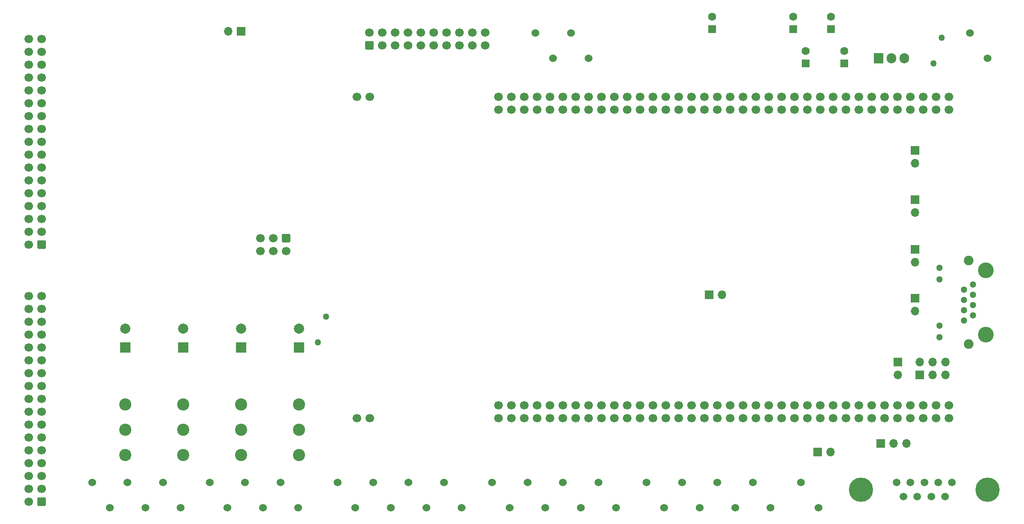
<source format=gbr>
%TF.GenerationSoftware,KiCad,Pcbnew,(5.1.9)-1*%
%TF.CreationDate,2021-05-20T16:46:48+02:00*%
%TF.ProjectId,AR2ISS_MainCTL_HW,41523249-5353-45f4-9d61-696e43544c5f,rev?*%
%TF.SameCoordinates,PXe448a9c0PYfd535690*%
%TF.FileFunction,Soldermask,Bot*%
%TF.FilePolarity,Negative*%
%FSLAX46Y46*%
G04 Gerber Fmt 4.6, Leading zero omitted, Abs format (unit mm)*
G04 Created by KiCad (PCBNEW (5.1.9)-1) date 2021-05-20 16:46:48*
%MOMM*%
%LPD*%
G01*
G04 APERTURE LIST*
%ADD10C,1.700000*%
%ADD11O,1.700000X1.700000*%
%ADD12R,1.700000X1.700000*%
%ADD13C,1.524000*%
%ADD14C,4.800000*%
%ADD15C,1.500000*%
%ADD16C,1.270000*%
%ADD17C,3.100000*%
%ADD18C,1.900000*%
%ADD19C,1.300000*%
%ADD20C,2.000000*%
%ADD21R,2.000000X2.000000*%
%ADD22C,2.400000*%
%ADD23R,1.600000X1.600000*%
%ADD24C,1.600000*%
%ADD25R,1.905000X2.000000*%
%ADD26O,1.905000X2.000000*%
G04 APERTURE END LIST*
D10*
%TO.C,U2*%
X97790000Y26670000D03*
X97790000Y29210000D03*
X100330000Y26670000D03*
X100330000Y29210000D03*
X102870000Y26670000D03*
X102870000Y29210000D03*
X105410000Y26670000D03*
X105410000Y29210000D03*
X107950000Y26670000D03*
X107950000Y29210000D03*
X110490000Y26670000D03*
X110490000Y29210000D03*
X113030000Y26670000D03*
X113030000Y29210000D03*
X115570000Y26670000D03*
X115570000Y29210000D03*
X118110000Y26670000D03*
X118110000Y29210000D03*
X120650000Y26670000D03*
X120650000Y29210000D03*
X123190000Y26670000D03*
X123190000Y29210000D03*
X125730000Y26670000D03*
X125730000Y29210000D03*
X128270000Y26670000D03*
X128270000Y29210000D03*
X130810000Y26670000D03*
X130810000Y29210000D03*
X133350000Y26670000D03*
X133350000Y29210000D03*
X135890000Y26670000D03*
X135890000Y29210000D03*
X138430000Y26670000D03*
X138430000Y29210000D03*
X140970000Y26670000D03*
X140970000Y29210000D03*
X143510000Y26670000D03*
X143510000Y29210000D03*
X146050000Y26670000D03*
X146050000Y29210000D03*
X148590000Y26670000D03*
X148590000Y29210000D03*
X151130000Y26670000D03*
X151130000Y29210000D03*
X153670000Y26670000D03*
X153670000Y29210000D03*
X156210000Y26670000D03*
X156210000Y29210000D03*
X158750000Y26670000D03*
X158750000Y29210000D03*
X161290000Y26670000D03*
X161290000Y29210000D03*
X163830000Y26670000D03*
X163830000Y29210000D03*
X166370000Y26670000D03*
X166370000Y29210000D03*
X168910000Y26670000D03*
X168910000Y29210000D03*
X171450000Y26670000D03*
X171450000Y29210000D03*
X173990000Y26670000D03*
X173990000Y29210000D03*
X176530000Y26670000D03*
X176530000Y29210000D03*
X179070000Y26670000D03*
X179070000Y29210000D03*
X181610000Y26670000D03*
X181610000Y29210000D03*
X184150000Y26670000D03*
X184150000Y29210000D03*
X186690000Y26670000D03*
X186690000Y29210000D03*
X97790000Y87630000D03*
X97790000Y90170000D03*
X100330000Y87630000D03*
X100330000Y90170000D03*
X102870000Y87630000D03*
X102870000Y90170000D03*
X105410000Y87630000D03*
X105410000Y90170000D03*
X107950000Y87630000D03*
X107950000Y90170000D03*
X110490000Y87630000D03*
X110490000Y90170000D03*
X113030000Y87630000D03*
X113030000Y90170000D03*
X115570000Y87630000D03*
X115570000Y90170000D03*
X118110000Y87630000D03*
X118110000Y90170000D03*
X120650000Y87630000D03*
X120650000Y90170000D03*
X123190000Y87630000D03*
X123190000Y90170000D03*
X125730000Y87630000D03*
X125730000Y90170000D03*
X128270000Y87630000D03*
X128270000Y90170000D03*
X130810000Y87630000D03*
X130810000Y90170000D03*
X133350000Y87630000D03*
X133350000Y90170000D03*
X135890000Y87630000D03*
X135890000Y90170000D03*
X138430000Y87630000D03*
X138430000Y90170000D03*
X140970000Y87630000D03*
X140970000Y90170000D03*
X143510000Y87630000D03*
X143510000Y90170000D03*
X146050000Y87630000D03*
X146050000Y90170000D03*
X148590000Y87630000D03*
X148590000Y90170000D03*
X151130000Y87630000D03*
X151130000Y90170000D03*
X153670000Y87630000D03*
X153670000Y90170000D03*
X156210000Y87630000D03*
X156210000Y90170000D03*
X158750000Y87630000D03*
X158750000Y90170000D03*
X161290000Y87630000D03*
X161290000Y90170000D03*
X163830000Y87630000D03*
X163830000Y90170000D03*
X166370000Y87630000D03*
X166370000Y90170000D03*
X168910000Y87630000D03*
X168910000Y90170000D03*
X171450000Y87630000D03*
X171450000Y90170000D03*
X173990000Y87630000D03*
X173990000Y90170000D03*
X176530000Y87630000D03*
X176530000Y90170000D03*
X179070000Y87630000D03*
X179070000Y90170000D03*
X181610000Y87630000D03*
X181610000Y90170000D03*
X184150000Y87630000D03*
X184150000Y90170000D03*
X186690000Y87630000D03*
X186690000Y90170000D03*
X69850000Y26670000D03*
X72390000Y26670000D03*
X69850000Y90170000D03*
X72390000Y90170000D03*
%TD*%
D11*
%TO.C,J7*%
X178280000Y21680000D03*
X175740000Y21680000D03*
D12*
X173200000Y21680000D03*
%TD*%
D13*
%TO.C,J28*%
X105069996Y102790000D03*
X108569996Y97790000D03*
X112069997Y102790000D03*
X115569997Y97790000D03*
%TD*%
%TO.C,J22*%
X90540005Y8970000D03*
X87040004Y13970000D03*
X83540003Y8970000D03*
X80040003Y13970000D03*
X76540002Y8970000D03*
X73040002Y13970000D03*
X69540001Y8970000D03*
X66040000Y13970000D03*
%TD*%
D14*
%TO.C,J8*%
X169350000Y12550000D03*
X194340000Y12550000D03*
D15*
X177735000Y11130000D03*
X180475000Y11130000D03*
X183215000Y11130000D03*
X185955000Y11130000D03*
X176365000Y13970000D03*
X179105000Y13970000D03*
X181845000Y13970000D03*
X184585000Y13970000D03*
X187325000Y13970000D03*
%TD*%
D13*
%TO.C,J17*%
X160980002Y8970000D03*
X157479999Y13970000D03*
%TD*%
%TO.C,J4*%
X190809998Y102790000D03*
X194310001Y97790000D03*
%TD*%
D16*
%TO.C,F2*%
X63754000Y46736000D03*
X62154000Y41636000D03*
%TD*%
D17*
%TO.C,J15*%
X193990000Y43180000D03*
X193990000Y55880000D03*
D18*
X190560000Y41280000D03*
X190560000Y57780000D03*
D19*
X191450000Y53100000D03*
X189670000Y52080000D03*
X191450000Y51060000D03*
X189670000Y50040000D03*
X191450000Y49020000D03*
X189670000Y48000000D03*
X191450000Y46980000D03*
X189670000Y45960000D03*
X184810000Y42670000D03*
X184810000Y44960000D03*
X184810000Y54100000D03*
X184810000Y56390000D03*
%TD*%
D11*
%TO.C,J3*%
X141940000Y51080000D03*
D12*
X139400000Y51080000D03*
%TD*%
D13*
%TO.C,J2*%
X58300005Y8970000D03*
X54800005Y13970000D03*
X51300004Y8970000D03*
X47800003Y13970000D03*
X44300003Y8970000D03*
X40800000Y13970000D03*
%TD*%
%TO.C,J1*%
X35100000Y8970000D03*
X31600000Y13970000D03*
X28099999Y8970000D03*
X24599998Y13970000D03*
X21099998Y8970000D03*
X17599995Y13970000D03*
%TD*%
D11*
%TO.C,J26*%
X44460000Y103080000D03*
D12*
X47000000Y103080000D03*
%TD*%
D10*
%TO.C,J25*%
X50800000Y59690000D03*
X53340000Y59690000D03*
X55880000Y59690000D03*
X50800000Y62230000D03*
X53340000Y62230000D03*
G36*
G01*
X55280000Y63080000D02*
X56480000Y63080000D01*
G75*
G02*
X56730000Y62830000I0J-250000D01*
G01*
X56730000Y61630000D01*
G75*
G02*
X56480000Y61380000I-250000J0D01*
G01*
X55280000Y61380000D01*
G75*
G02*
X55030000Y61630000I0J250000D01*
G01*
X55030000Y62830000D01*
G75*
G02*
X55280000Y63080000I250000J0D01*
G01*
G37*
%TD*%
%TO.C,J24*%
X95186500Y102870000D03*
X92646500Y102870000D03*
X90106500Y102870000D03*
X87566500Y102870000D03*
X85026500Y102870000D03*
X82486500Y102870000D03*
X79946500Y102870000D03*
X77406500Y102870000D03*
X74866500Y102870000D03*
X72326500Y102870000D03*
X95186500Y100330000D03*
X92646500Y100330000D03*
X90106500Y100330000D03*
X87566500Y100330000D03*
X85026500Y100330000D03*
X82486500Y100330000D03*
X79946500Y100330000D03*
X77406500Y100330000D03*
X74866500Y100330000D03*
G36*
G01*
X72926500Y99480000D02*
X71726500Y99480000D01*
G75*
G02*
X71476500Y99730000I0J250000D01*
G01*
X71476500Y100930000D01*
G75*
G02*
X71726500Y101180000I250000J0D01*
G01*
X72926500Y101180000D01*
G75*
G02*
X73176500Y100930000I0J-250000D01*
G01*
X73176500Y99730000D01*
G75*
G02*
X72926500Y99480000I-250000J0D01*
G01*
G37*
%TD*%
D13*
%TO.C,J23*%
X121020005Y8970000D03*
X117520004Y13970000D03*
X114020003Y8970000D03*
X110520003Y13970000D03*
X107020002Y8970000D03*
X103520002Y13970000D03*
X100020001Y8970000D03*
X96520000Y13970000D03*
%TD*%
D20*
%TO.C,K4*%
X58420000Y44390000D03*
D21*
X58420000Y40640000D03*
D22*
X58420000Y29390000D03*
X58420000Y24390000D03*
X58420000Y19390000D03*
%TD*%
D20*
%TO.C,K3*%
X46990000Y44390000D03*
D21*
X46990000Y40640000D03*
D22*
X46990000Y29390000D03*
X46990000Y24390000D03*
X46990000Y19390000D03*
%TD*%
D20*
%TO.C,K2*%
X35560000Y44390000D03*
D21*
X35560000Y40640000D03*
D22*
X35560000Y29390000D03*
X35560000Y24390000D03*
X35560000Y19390000D03*
%TD*%
D20*
%TO.C,K1*%
X24130000Y44390000D03*
D21*
X24130000Y40640000D03*
D22*
X24130000Y29390000D03*
X24130000Y24390000D03*
X24130000Y19390000D03*
%TD*%
D13*
%TO.C,J5*%
X151500005Y8970000D03*
X148000004Y13970000D03*
X144500003Y8970000D03*
X141000003Y13970000D03*
X137500002Y8970000D03*
X134000002Y13970000D03*
X130500001Y8970000D03*
X127000000Y13970000D03*
%TD*%
D11*
%TO.C,J6*%
X186002000Y37758000D03*
X186002000Y35218000D03*
X183462000Y37758000D03*
X183462000Y35218000D03*
X180922000Y37758000D03*
D12*
X180922000Y35218000D03*
%TD*%
D11*
%TO.C,J16*%
X163363000Y19939000D03*
D12*
X160823000Y19939000D03*
%TD*%
D11*
%TO.C,J9*%
X176604000Y35218000D03*
D12*
X176604000Y37758000D03*
%TD*%
D23*
%TO.C,C50*%
X163449000Y103505000D03*
D24*
X163449000Y106005000D03*
%TD*%
D23*
%TO.C,C51*%
X155956000Y103505000D03*
D24*
X155956000Y106005000D03*
%TD*%
%TO.C,C55*%
X139954000Y106005000D03*
D23*
X139954000Y103505000D03*
%TD*%
D24*
%TO.C,C56*%
X166039800Y99248600D03*
D23*
X166039800Y96748600D03*
%TD*%
%TO.C,C59*%
X158445200Y96748600D03*
D24*
X158445200Y99248600D03*
%TD*%
D16*
%TO.C,F1*%
X183693000Y96754000D03*
X185293000Y101854000D03*
%TD*%
D12*
%TO.C,J11*%
X180012000Y79590000D03*
D11*
X180012000Y77050000D03*
%TD*%
D12*
%TO.C,J12*%
X179972000Y60033000D03*
D11*
X179972000Y57493000D03*
%TD*%
%TO.C,J13*%
X180007800Y47808400D03*
D12*
X180007800Y50348400D03*
%TD*%
D11*
%TO.C,J14*%
X180041000Y67277000D03*
D12*
X180041000Y69817000D03*
%TD*%
D10*
%TO.C,J18*%
X5080000Y50800000D03*
X5080000Y48260000D03*
X5080000Y45720000D03*
X5080000Y43180000D03*
X5080000Y40640000D03*
X5080000Y38100000D03*
X5080000Y35560000D03*
X5080000Y33020000D03*
X5080000Y30480000D03*
X5080000Y27940000D03*
X5080000Y25400000D03*
X5080000Y22860000D03*
X5080000Y20320000D03*
X5080000Y17780000D03*
X5080000Y15240000D03*
X5080000Y12700000D03*
X5080000Y10160000D03*
X7620000Y50800000D03*
X7620000Y48260000D03*
X7620000Y45720000D03*
X7620000Y43180000D03*
X7620000Y40640000D03*
X7620000Y38100000D03*
X7620000Y35560000D03*
X7620000Y33020000D03*
X7620000Y30480000D03*
X7620000Y27940000D03*
X7620000Y25400000D03*
X7620000Y22860000D03*
X7620000Y20320000D03*
X7620000Y17780000D03*
X7620000Y15240000D03*
X7620000Y12700000D03*
G36*
G01*
X8470000Y10760000D02*
X8470000Y9560000D01*
G75*
G02*
X8220000Y9310000I-250000J0D01*
G01*
X7020000Y9310000D01*
G75*
G02*
X6770000Y9560000I0J250000D01*
G01*
X6770000Y10760000D01*
G75*
G02*
X7020000Y11010000I250000J0D01*
G01*
X8220000Y11010000D01*
G75*
G02*
X8470000Y10760000I0J-250000D01*
G01*
G37*
%TD*%
%TO.C,J19*%
G36*
G01*
X8470000Y61560000D02*
X8470000Y60360000D01*
G75*
G02*
X8220000Y60110000I-250000J0D01*
G01*
X7020000Y60110000D01*
G75*
G02*
X6770000Y60360000I0J250000D01*
G01*
X6770000Y61560000D01*
G75*
G02*
X7020000Y61810000I250000J0D01*
G01*
X8220000Y61810000D01*
G75*
G02*
X8470000Y61560000I0J-250000D01*
G01*
G37*
X7620000Y63500000D03*
X7620000Y66040000D03*
X7620000Y68580000D03*
X7620000Y71120000D03*
X7620000Y73660000D03*
X7620000Y76200000D03*
X7620000Y78740000D03*
X7620000Y81280000D03*
X7620000Y83820000D03*
X7620000Y86360000D03*
X7620000Y88900000D03*
X7620000Y91440000D03*
X7620000Y93980000D03*
X7620000Y96520000D03*
X7620000Y99060000D03*
X7620000Y101600000D03*
X5080000Y60960000D03*
X5080000Y63500000D03*
X5080000Y66040000D03*
X5080000Y68580000D03*
X5080000Y71120000D03*
X5080000Y73660000D03*
X5080000Y76200000D03*
X5080000Y78740000D03*
X5080000Y81280000D03*
X5080000Y83820000D03*
X5080000Y86360000D03*
X5080000Y88900000D03*
X5080000Y91440000D03*
X5080000Y93980000D03*
X5080000Y96520000D03*
X5080000Y99060000D03*
X5080000Y101600000D03*
%TD*%
D25*
%TO.C,U11*%
X172847000Y97790000D03*
D26*
X175387000Y97790000D03*
X177927000Y97790000D03*
%TD*%
M02*

</source>
